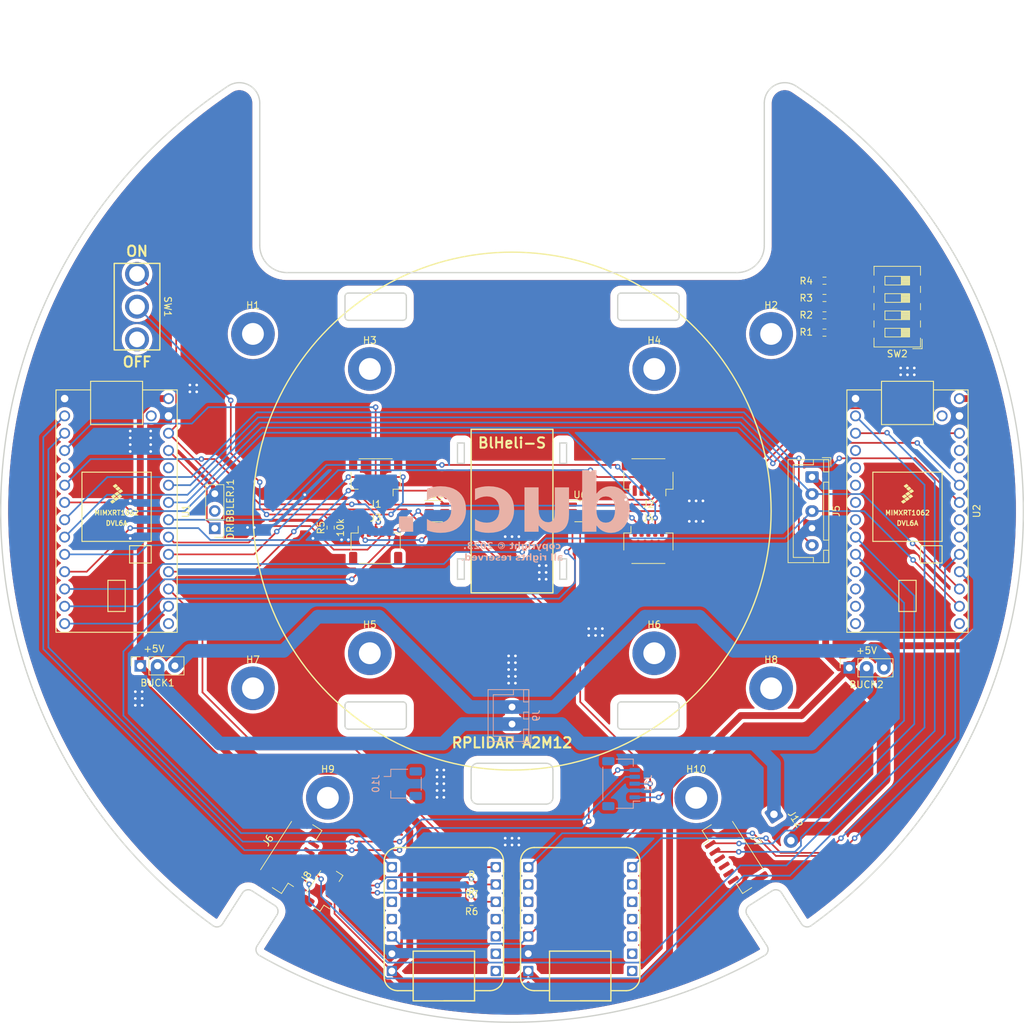
<source format=kicad_pcb>
(kicad_pcb (version 20221018) (generator pcbnew)
  (title_block (title "layer 3 pcb drawing") (date "2023-11-16") (company "ducc. Robotics"))
  (layers (0 "F.Cu" signal) (31 "B.Cu" signal) (34 "B.Paste" user) (35 "F.Paste" user) (36 "B.SilkS" user "B.Silkscreen") (37 "F.SilkS" user "F.Silkscreen") (38 "B.Mask" user) (39 "F.Mask" user) (44 "Edge.Cuts" user))
  (net 0 "")
  (net 1 "/M1INB")
  (net 2 "/M1PWM")
  (net 3 "/M1CS")
  (net 4 "/M1INA")
  (net 5 "/M2INB")
  (net 6 "/M2PWM")
  (net 7 "/M2CS")
  (net 8 "/M2INA")
  (net 9 "/M3INB")
  (net 10 "/M3PWM")
  (net 11 "/M3CS")
  (net 12 "/M3INA")
  (net 13 "/M4INB")
  (net 14 "/M4PWM")
  (net 15 "/M4CS")
  (net 16 "/M4INA")
  (net 31 "/RX")
  (net 37 "/TX")
  (net 38 "/STRAT4")
  (net 39 "/STRAT3")
  (net 40 "/STRAT2")
  (net 41 "/STRAT1")
  (net 51 "+5V")
  (net 52 "/LIDARTX")
  (net 53 "/LIDARRX")
  (net 54 "/LIDARPWM")
  (net 55 "/DRIBBLERPWM")
  (net 56 "+12V")
  (net 57 "/CAM1RX")
  (net 58 "/CAM1TX")
  (net 61 "/CAM2RX")
  (net 62 "/CAM2TX")
  (net 65 "Net-(R6-Pad2)")
  (net 66 "/IMUSCL")
  (net 67 "/IMUSDA")
  (net 68 "/L1RX")
  (net 69 "/L1TX")
  (net 70 "+3V3")
  (net 71 "/IMUTX")
  (net 72 "/IMURX")
  (net 73 "/BTRX")
  (net 74 "/BTTX")
  (net 75 "GNDD")
  (net 76 "GNDPWR")
  (net 80 "/EN")
  (footprint "libraries:xiao-esp32c3" (layer "F.Cu") (at 115 164.87 180)
    (fp_text reference "U4" hide)
    (fp_text value "MOUDLE-SEEEDUINO-XIAO-ESP32C3" hide)
  )
  (footprint "Connector_PinHeader_2.54mm:PinHeader_1x03_P2.54mm_Vertical" (layer "F.Cu") (at 61.4 107.525 180)
    (fp_text reference "DRIBBLERJ1")
    (fp_text value "Conn_01x03_Male")
  )
  (footprint "MountingHole:MountingHole_3.2mm_M3_Pad" (layer "F.Cu") (at 77.987984 147.075539)
    (fp_text reference "H9")
    (fp_text value "MountingHole")
  )
  (footprint "Resistor_SMD:R_0603_1608Metric" (layer "F.Cu") (at 150.825 73.73)
    (fp_text reference "R3")
    (fp_text value "10k" hide)
  )
  (footprint "Package_TO_SOT_SMD:SOT-23-6" (layer "F.Cu") (at 94 105)
    (fp_text reference "U5")
    (fp_text value "74LVC2G04")
  )
  (footprint "MountingHole:MountingHole_3.2mm_M3_Pad" (layer "F.Cu") (at 84.14035 84.14035)
    (fp_text reference "H3")
    (fp_text value "MountingHole")
  )
  (footprint "Resistor_SMD:R_0603_1608Metric" (layer "F.Cu") (at 99.075 162.33 180)
    (fp_text reference "R6")
    (fp_text value "R")
  )
  (footprint "libraries:xiao-esp32c3" (layer "F.Cu") (at 95 164.87 180)
    (fp_text reference "U3" hide)
    (fp_text value "MOUDLE-SEEEDUINO-XIAO-ESP32C3" hide)
  )
  (footprint "Resistor_SMD:R_0603_1608Metric" (layer "F.Cu") (at 150.825 71.19)
    (fp_text reference "R4")
    (fp_text value "10k" hide)
  )
  (footprint "MountingHole:MountingHole_3.2mm_M3_Pad" (layer "F.Cu") (at 67 131)
    (fp_text reference "H7")
    (fp_text value "MountingHole")
  )
  (footprint "Connector_JST:JST_SH_BM04B-SRSS-TB_1x04-1MP_P1.00mm_Vertical" (layer "F.Cu") (at 77.585598 160.490658 57.3)
    (fp_text reference "J8")
    (fp_text value "COMPASS")
  )
  (footprint "Connector_JST:JST_SH_SM05B-SRSS-TB_1x05-1MP_P1.00mm_Horizontal" (layer "F.Cu") (at 85 100 180)
    (fp_text reference "J1")
    (fp_text value "SH1.0 5P")
  )
  (footprint "MountingHole:MountingHole_3.2mm_M3_Pad" (layer "F.Cu") (at 125.85965 125.85965)
    (fp_text reference "H6")
    (fp_text value "MountingHole")
  )
  (footprint "Connector_JST:JST_GH_BM06B-GHS-TBT_1x06-1MP_P1.25mm_Vertical" (layer "F.Cu") (at 137.414402 155.490658 -57.3)
    (fp_text reference "J7")
    (fp_text value "CAMERA2")
  )
  (footprint "MountingHole:MountingHole_3.2mm_M3_Pad" (layer "F.Cu") (at 143 131)
    (fp_text reference "H8")
    (fp_text value "MountingHole")
  )
  (footprint "Connector_JST:JST_SH_SM05B-SRSS-TB_1x05-1MP_P1.00mm_Horizontal" (layer "F.Cu") (at 85 110)
    (fp_text reference "J3")
    (fp_text value "SH1.0 5P")
  )
  (footprint "Resistor_SMD:R_0603_1608Metric" (layer "F.Cu") (at 99.075 159.79 180)
    (fp_text reference "R7")
    (fp_text value "R")
  )
  (footprint "MountingHole:MountingHole_3.2mm_M3_Pad" (layer "F.Cu") (at 125.85965 84.14035)
    (fp_text reference "H4")
    (fp_text value "MountingHole")
  )
  (footprint "MountingHole:MountingHole_3.2mm_M3_Pad" (layer "F.Cu") (at 84.14035 125.85965)
    (fp_text reference "H5")
    (fp_text value "MountingHole")
  )
  (footprint "Resistor_SMD:R_0603_1608Metric" (layer "F.Cu") (at 150.825 76.27)
    (fp_text reference "R2")
    (fp_text value "10k" hide)
  )
  (footprint "Connector_JST:JST_GH_BM06B-GHS-TBT_1x06-1MP_P1.25mm_Vertical" (layer "F.Cu") (at 72.585598 155.490658 57.3)
    (fp_text reference "J6")
    (fp_text value "CAMERA1")
  )
  (footprint "Switches:SWITCH_SPDT_PTH_12.7X6.7MM" (layer "F.Cu") (at 50 75 -90)
    (fp_text reference "SW1")
    (fp_text value "SW_SPDT")
  )
  (footprint "Package_TO_SOT_SMD:SOT-23-6" (layer "F.Cu") (at 115 105)
    (fp_text reference "U6")
    (fp_text value "74LVC2G04")
  )
  (footprint "Resistor_SMD:R_0603_1608Metric" (layer "F.Cu") (at 78.4 107.425 90)
    (fp_text reference "R5")
    (fp_text value "10k")
  )
  (footprint "teensy:Teensy40" (layer "F.Cu") (at 163 105 -90)
    (fp_text reference "U2")
    (fp_text value "TEENSY 4.0")
  )
  (footprint "Connector_PinSocket_2.54mm:PinSocket_1x03_P2.54mm_Vertical" (layer "F.Cu") (at 50.475 127.71 90)
    (fp_text reference "BUCK1")
    (fp_text value "+5V")
  )
  (footprint "Resistor_SMD:R_0603_1608Metric" (layer "F.Cu") (at 150.825 78.81)
    (fp_text reference "R1")
    (fp_text value "10k" hide)
  )
  (footprint "Connector_PinSocket_2.54mm:PinSocket_1x03_P2.54mm_Vertical" (layer "F.Cu") (at 154.46 128 90)
    (fp_text reference "BUCK2")
    (fp_text value "+5V")
  )
  (footprint "Button_Switch_SMD:SW_DIP_SPSTx04_Slide_6.7x11.72mm_W8.61mm_P2.54mm_LowProfile" (layer "F.Cu") (at 161.5 75 180)
    (fp_text reference "SW2")
    (fp_text value "SW_DIP_x04")
  )
  (footprint "MountingHole:MountingHole_3.2mm_M3_Pad" (layer "F.Cu") (at 132.012016 147.075539)
    (fp_text reference "H10")
    (fp_text value "MountingHole")
  )
  (footprint "MountingHole:MountingHole_3.2mm_M3_Pad" (layer "F.Cu") (at 67 79)
    (fp_text reference "H1")
    (fp_text value "MountingHole")
  )
  (footprint "Connector_Wire:SolderWire-0.5sqmm_1x02_P4.6mm_D0.9mm_OD2.1mm" (layer "F.Cu") (at 143.414402 149.490658 -57.3)
    (fp_text reference "J12")
    (fp_text value "XH2.54 2P")
  )
  (footprint "Connector_JST:JST_XH_B5B-XH-A_1x05_P2.50mm_Vertical" (layer "F.Cu") (at 149 100 -90)
    (fp_text reference "J5")
    (fp_text value "XH2.54 5P")
  )
  (footprint "Connector_JST:JST_SH_SM05B-SRSS-TB_1x05-1MP_P1.00mm_Horizontal" (layer "F.Cu") (at 125 110)
    (fp_text reference "J4")
    (fp_text value "SH1.0 5P")
  )
  (footprint "MountingHole:MountingHole_3.2mm_M3_Pad" (layer "F.Cu") (at 143 79)
    (fp_text reference "H2")
    (fp_text value "MountingHole")
  )
  (footprint "teensy:Teensy40" (layer "F.Cu") (at 47 105 -90)
    (fp_text reference "U1")
    (fp_text value "TEENSY 4.0")
  )
  (footprint "Connector_JST:JST_SH_SM05B-SRSS-TB_1x05-1MP_P1.00mm_Horizontal" (layer "F.Cu") (at 125 100 180)
    (fp_text reference "J2")
    (fp_text value "SH1.0 5P")
  )
  (footprint "Connector_JST:JST_SH_SM05B-SRSS-TB_1x05-1MP_P1.00mm_Horizontal" (layer "B.Cu") (at 121 145 90)
    (fp_text reference "J11")
    (fp_text value "LAYER1")
  )
  (footprint "Connector_JST:JST_SH_SM02B-SRSS-TB_1x02-1MP_P1.00mm_Horizontal" (layer "B.Cu") (at 89 145 -90)
    (fp_text reference "J10")
    (fp_text value "SH1.0 2P")
  )
  (footprint "Connector_JST:JST_XH_B2B-XH-A_1x02_P2.50mm_Vertical" (layer "B.Cu") (at 105 136.25 90)
    (fp_text reference "J9")
    (fp_text value "XH2.54 2P")
  )
  (gr_rect (start 99 93) (end 111 117) (stroke (width 0.2)) (fill none) (layer "F.SilkS"))
  (gr_circle (center 105 105) (end 143 105) (stroke (width 0.2)) (fill none) (layer "F.SilkS"))
  (gr_line (start 98 115) (end 97 115) (stroke (width 0.2)) (layer "Edge.Cuts"))
  (gr_arc (start 67.952743 170.211201) (mid 67.475762 169.581085) (end 67.605196 168.801478) (stroke (width 0.2)) (layer "Edge.Cuts"))
  (gr_line (start 142.394804 168.801478) (end 139.48193 164.26421) (stroke (width 0.2)) (layer "Edge.Cuts"))
  (gr_line (start 89 73) (end 81 73) (stroke (width 0.2)) (layer "Edge.Cuts"))
  (gr_line (start 129 77) (end 121 77) (stroke (width 0.2)) (layer "Edge.Cuts"))
  (gr_arc (start 81 137) (mid 80.646447 136.853553) (end 80.5 136.5) (stroke (width 0.2)) (layer "Edge.Cuts"))
  (gr_line (start 89 133) (end 81 133) (stroke (width 0.2)) (layer "Edge.Cuts"))
  (gr_line (start 113 112) (end 113 115) (stroke (width 0.2)) (layer "Edge.Cuts"))
  (gr_line (start 113 115) (end 112 115) (stroke (width 0.2)) (layer "Edge.Cuts"))
  (gr_arc (start 148.870317 165.830874) (mid 148.098853 166.00223) (end 147.443869 165.560036) (stroke (width 0.2)) (layer "Edge.Cuts"))
  (gr_arc (start 121 137) (mid 120.646447 136.853553) (end 120.5 136.5) (stroke (width 0.2)) (layer "Edge.Cuts"))
  (gr_line (start 112 98) (end 112 95) (stroke (width 0.2)) (layer "Edge.Cuts"))
  (gr_arc (start 81 77) (mid 80.646447 76.853553) (end 80.5 76.5) (stroke (width 0.2)) (layer "Edge.Cuts"))
  (gr_line (start 129.5 136.5) (end 129.5 133.5) (stroke (width 0.2)) (layer "Edge.Cuts"))
  (gr_arc (start 63.333333 42.639044) (mid 66.414217 42.487734) (end 68 45.133482) (stroke (width 0.2)) (layer "Edge.Cuts"))
  (gr_line (start 62.556131 165.560036) (end 65.469006 161.022768) (stroke (width 0.2)) (layer "Edge.Cuts"))
  (gr_line (start 113 95) (end 113 98) (stroke (width 0.2)) (layer "Edge.Cuts"))
  (gr_arc (start 72 70) (mid 69.171573 68.828427) (end 68 66) (stroke (width 0.2)) (layer "Edge.Cuts"))
  (gr_line (start 66.850757 160.721497) (end 70.2168 162.882458) (stroke (width 0.2)) (layer "Edge.Cuts"))
  (gr_line (start 112 112) (end 113 112) (stroke (width 0.2)) (layer "Edge.Cuts"))
  (gr_arc (start 142 45.133482) (mid 143.58579 42.487747) (end 146.666667 42.639044) (stroke (width 0.2)) (layer "Edge.Cuts"))
  (gr_arc (start 121 77) (mid 120.646447 76.853553) (end 120.5 76.5) (stroke (width 0.2)) (layer "Edge.Cuts"))
  (gr_arc (start 142.047257 170.211201) (mid 105 180) (end 67.952743 170.211201) (stroke (width 0.2)) (layer "Edge.Cuts"))
  (gr_arc (start 89.5 76.5) (mid 89.353553 76.853553) (end 89 77) (stroke (width 0.2)) (layer "Edge.Cuts"))
  (gr_line (start 120.5 76.5) (end 120.5 73.5) (stroke (width 0.2)) (layer "Edge.Cuts"))
  (gr_arc (start 143.149243 160.721497) (mid 143.902521 160.58595) (end 144.530994 161.022768) (stroke (width 0.2)) (layer "Edge.Cuts"))
  (gr_arc (start 62.556131 165.560036) (mid 61.901153 166.00226) (end 61.129683 165.830874) (stroke (width 0.2)) (layer "Edge.Cuts"))
  (gr_line (start 89.5 136.5) (end 89.5 133.5) (stroke (width 0.2)) (layer "Edge.Cuts"))
  (gr_line (start 98 98) (end 97 98) (stroke (width 0.2)) (layer "Edge.Cuts"))
  (gr_line (start 121 137) (end 129 137) (stroke (width 0.2)) (layer "Edge.Cuts"))
  (gr_arc (start 129.5 76.5) (mid 129.353553 76.853553) (end 129 77) (stroke (width 0.2)) (layer "Edge.Cuts"))
  (gr_arc (start 89.5 136.5) (mid 89.353553 136.853553) (end 89 137) (stroke (width 0.2)) (layer "Edge.Cuts"))
  (gr_line (start 113 98) (end 112 98) (stroke (width 0.2)) (layer "Edge.Cuts"))
  (gr_arc (start 129 133) (mid 129.353553 133.146447) (end 129.5 133.5) (stroke (width 0.2)) (layer "Edge.Cuts"))
  (gr_arc (start 70.2168 162.882458) (mid 70.653644 163.510942) (end 70.51807 164.26421) (stroke (width 0.2)) (layer "Edge.Cuts"))
  (gr_line (start 89.5 76.5) (end 89.5 73.5) (stroke (width 0.2)) (layer "Edge.Cuts"))
  (gr_arc (start 99 143) (mid 99.292893 142.292893) (end 100 142) (stroke (width 0.2)) (layer "Edge.Cuts"))
  (gr_arc (start 129 73) (mid 129.353553 73.146447) (end 129.5 73.5) (stroke (width 0.2)) (layer "Edge.Cuts"))
  (gr_arc (start 80.5 73.5) (mid 80.646447 73.146447) (end 81 73) (stroke (width 0.2)) (layer "Edge.Cuts"))
  (gr_arc (start 110 142) (mid 110.707107 142.292893) (end 111 143) (stroke (width 0.2)) (layer "Edge.Cuts"))
  (gr_arc (start 139.48193 164.26421) (mid 139.34641 163.510954) (end 139.7832 162.882458) (stroke (width 0.2)) (layer "Edge.Cuts"))
  (gr_arc (start 89 73) (mid 89.353553 73.146447) (end 89.5 73.5) (stroke (width 0.2)) (layer "Edge.Cuts"))
  (gr_line (start 97 112) (end 98 112) (stroke (width 0.2)) (layer "Edge.Cuts"))
  (gr_line (start 110 142) (end 100 142) (stroke (width 0.2)) (layer "Edge.Cuts"))
  (gr_line (start 139.7832 162.882458) (end 143.149243 160.721497) (stroke (width 0.2)) (layer "Edge.Cuts"))
  (gr_line (start 68 66) (end 68 45.133482) (stroke (width 0.2)) (layer "Edge.Cuts"))
  (gr_line (start 81 137) (end 89 137) (stroke (width 0.2)) (layer "Edge.Cuts"))
  (gr_line (start 99 143) (end 99 147) (stroke (width 0.2)) (layer "Edge.Cuts"))
  (gr_line (start 98 95) (end 98 98) (stroke (width 0.2)) (layer "Edge.Cuts"))
  (gr_line (start 97 95) (end 98 95) (stroke (width 0.2)) (layer "Edge.Cuts"))
  (gr_arc (start 142.394804 168.801478) (mid 142.52421 169.581078) (end 142.047257 170.211201) (stroke (width 0.2)) (layer "Edge.Cuts"))
  (gr_arc (start 61.129683 165.830874) (mid 30.011997 103.658618) (end 63.333333 42.639044) (stroke (width 0.2)) (layer "Edge.Cuts"))
  (gr_line (start 81 77) (end 89 77) (stroke (width 0.2)) (layer "Edge.Cuts"))
  (gr_arc (start 129.5 136.5) (mid 129.353553 136.853553) (end 129 137) (stroke (width 0.2)) (layer "Edge.Cuts"))
  (gr_arc (start 120.5 73.5) (mid 120.646447 73.146447) (end 121 73) (stroke (width 0.2)) (layer "Edge.Cuts"))
  (gr_line (start 120.5 133.5) (end 120.5 136.5) (stroke (width 0.2)) (layer "Edge.Cuts"))
  (gr_line (start 100 148) (end 110 148) (stroke (width 0.2)) (layer "Edge.Cuts"))
  (gr_line (start 144.530994 161.022768) (end 147.443869 165.560036) (stroke (width 0.2)) (layer "Edge.Cuts"))
  (gr_arc (start 146.666667 42.639044) (mid 179.988003 103.658618) (end 148.870317 165.830874) (stroke (width 0.2)) (layer "Edge.Cuts"))
  (gr_line (start 129 133) (end 121 133) (stroke (width 0.2)) (layer "Edge.Cuts"))
  (gr_line (start 97 115) (end 97 112) (stroke (width 0.2)) (layer "Edge.Cuts"))
  (gr_line (start 97 98) (end 97 95) (stroke (width 0.2)) (layer "Edge.Cuts"))
  (gr_arc (start 80.5 133.5) (mid 80.646447 133.146447) (end 81 133) (stroke (width 0.2)) (layer "Edge.Cuts"))
  (gr_line (start 138 70) (end 72 70) (stroke (width 0.2)) (layer "Edge.Cuts"))
  (gr_line (start 112 115) (end 112 112) (stroke (width 0.2)) (layer "Edge.Cuts"))
  (gr_arc (start 120.5 133.5) (mid 120.646447 133.146447) (end 121 133) (stroke (width 0.2)) (layer "Edge.Cuts"))
  (gr_arc (start 111 147) (mid 110.707107 147.707107) (end 110 148) (stroke (width 0.2)) (layer "Edge.Cuts"))
  (gr_arc (start 65.469006 161.022768) (mid 66.097483 160.58597) (end 66.850757 160.721497) (stroke (width 0.2)) (layer "Edge.Cuts"))
  (gr_line (start 111 147) (end 111 143) (stroke (width 0.2)) (layer "Edge.Cuts"))
  (gr_line (start 121 73) (end 129 73) (stroke (width 0.2)) (layer "Edge.Cuts"))
  (gr_arc (start 89 133) (mid 89.353553 133.146447) (end 89.5 133.5) (stroke (width 0.2)) (layer "Edge.Cuts"))
  (gr_arc (start 142 66) (mid 140.828427 68.828427) (end 138 70) (stroke (width 0.2)) (layer "Edge.Cuts"))
  (gr_line (start 142 45.133482) (end 142 66) (stroke (width 0.2)) (layer "Edge.Cuts"))
  (gr_line (start 80.5 73.5) (end 80.5 76.5) (stroke (width 0.2)) (layer "Edge.Cuts"))
  (gr_line (start 70.51807 164.26421) (end 67.605196 168.801478) (stroke (width 0.2)) (layer "Edge.Cuts"))
  (gr_line (start 129.5 73.5) (end 129.5 76.5) (stroke (width 0.2)) (layer "Edge.Cuts"))
  (gr_line (start 98 112) (end 98 115) (stroke (width 0.2)) (layer "Edge.Cuts"))
  (gr_line (start 112 95) (end 113 95) (stroke (width 0.2)) (layer "Edge.Cuts"))
  (gr_arc (start 100 148) (mid 99.292893 147.707107) (end 99 147) (stroke (width 0.2)) (layer "Edge.Cuts"))
  (gr_line (start 80.5 133.5) (end 80.5 136.5) (stroke (width 0.2)) (layer "Edge.Cuts"))
  (gr_text "ducc." (at 105 104.5) (layer "B.SilkS") (effects (font (size 8.5 8.5) (thickness 0.3) bold) (justify mirror)))
  (gr_text "copyright © 2023.\nall rights reserved." (at 105 111) (layer "B.SilkS") (effects (font (size 1 1) (thickness 0.25) bold) (justify mirror)))
  (gr_text "OFF" (at 50 82.25) (layer "F.SilkS") (effects (font (size 1.5 1.5) (thickness 0.3) bold) (justify top)))
  (gr_text "BlHeli-S" (at 105 95) (layer "F.SilkS") (effects (font (size 1.5 1.5) (thickness 0.3) bold)))
  (gr_text "RPLIDAR A2M12" (at 105 139) (layer "F.SilkS") (effects (font (size 1.5 1.5) (thickness 0.3) bold)))
  (gr_text "ON" (at 50 67.75) (layer "F.SilkS") (effects (font (size 1.5 1.5) (thickness 0.3) bold) (justify bottom)))
  (segment (start 93.0875 102) (end 95.1375 104.05) (width 0.25) (layer "F.Cu") (net 1))
  (segment (start 87 102) (end 93.0875 102) (width 0.25) (layer "F.Cu") (net 1))
  (segment (start 85 89.75) (end 85 102) (width 0.25) (layer "F.Cu") (net 2))
  (via (at 85 89.75) (size 0.8) (drill 0.4) (layers "F.Cu" "B.Cu") (net 2))
  (segment (start 85 89.75) (end 60.45 89.75) (width 0.25) (layer "B.Cu") (net 2))
  (segment (start 60.45 89.75) (end 58.045 92.155) (width 0.25) (layer "B.Cu") (net 2))
  (segment (start 58.045 92.155) (end 43.335 92.155) (width 0.25) (layer "B.Cu") (net 2))
  (segment (start 43.335 92.155) (end 39.38 96.11) (width 0.25) (layer "B.Cu") (net 2))
  (segment (start 81 100) (end 83 100) (width 0.25) (layer "F.Cu") (net 3))
  (segment (start 73 108) (end 67.11 113.89) (width 0.25) (layer "F.Cu") (net 3))
  (segment (start 83 100) (end 84 101) (width 0.25) (layer "F.Cu") (net 3))
  (segment (start 67.11 113.89) (end 54.62 113.89) (width 0.25) (layer "F.Cu") (net 3))
  (segment (start 84 101) (end 84 102) (width 0.25) (layer "F.Cu") (net 3))
  (via (at 81 100) (size 0.8) (drill 0.4) (layers "F.Cu" "B.Cu") (net 3))
  (via (at 73 108) (size 0.8) (drill 0.4) (layers "F.Cu" "B.Cu") (net 3))
  (segment (start 81 100) (end 73 108) (width 0.25) (layer "B.Cu") (net 3))
  (segment (start 83 102) (end 83 103) (width 0.25) (layer "F.Cu") (net 4))
  (segment (start 83 103) (end 84.05 104.05) (width 0.25) (layer "F.Cu") (net 4))
  (segment (start 83 102) (end 81 102) (width 0.25) (layer "F.Cu") (net 4))
  (segment (start 84.05 104.05) (end 92.8625 104.05) (width 0.25) (layer "F.Cu") (net 4))
  (segment (start 42.61 113.89) (end 49 107.5) (width 0.25) (layer "F.Cu") (net 4))
  (segment (start 39.38 113.89) (end 42.61 113.89) (width 0.25) (layer "F.Cu") (net 4))
  (via (at 49 107.5) (size 0.8) (drill 0.4) (layers "F.Cu" "B.Cu") (net 4))
  (via (at 81 102) (size 0.8) (drill 0.4) (layers "F.Cu" "B.Cu") (net 4))
  (segment (start 49 107.5) (end 59 107.5) (width 0.25) (layer "B.Cu") (net 4))
  (segment (start 81 102) (end 73.75 109.25) (width 0.25) (layer "B.Cu") (net 4))
  (segment (start 59 107.5) (end 60.75 109.25) (width 0.25) (layer "B.Cu") (net 4))
  (segment (start 60.75 109.25) (end 73.75 109.25) (width 0.25) (layer "B.Cu") (net 4))
  (segment (start 127 102.774999) (end 127 102) (width 0.25) (layer "F.Cu") (net 5))
  (segment (start 125.724999 104.05) (end 127 102.774999) (width 0.25) (layer "F.Cu") (net 5))
  (segment (start 116.1375 104.05) (end 125.724999 104.05) (width 0.25) (layer "F.Cu") (net 5))
  (segment (start 124 101) (end 124 102) (width 0.25) (layer "F.Cu") (net 7))
  (segment (start 116.5 99) (end 117.5 100) (width 0.25) (layer "F.Cu") (net 7))
  (segment (start 117.5 100) (end 123 100) (width 0.25) (layer "F.Cu") (net 7))
  (segment (start 67.15 111.35) (end 70.5 108) (width 0.25) (layer "F.Cu") (net 7))
  (segment (start 54.62 111.35) (end 67.15 111.35) (width 0.25) (layer "F.Cu") (net 7))
  (segment (start 123 100) (end 124 101) (width 0.25) (layer "F.Cu") (net 7))
  (via (at 70.5 108) (size 0.8) (drill 0.4) (layers "F.Cu" "B.Cu") (net 7))
  (via (at 116.5 99) (size 0.8) (drill 0.4) (layers "F.Cu" "B.Cu") (net 7))
  (segment (start 70.5 108) (end 79.5 99) (width 0.25) (layer "B.Cu") (net 7))
  (segment (start 79.5 99) (end 116.5 99) (width 0.25) (layer "B.Cu") (net 7))
  (segment (start 106.5 111) (end 113.45 104.05) (width 0.25) (layer "F.Cu") (net 8))
  (segment (start 113.8625 104.05) (end 113.45 104.05) (width 0.25) (layer "F.Cu") (net 8))
  (via (at 106.5 111) (size 0.8) (drill 0.4) (layers "F.Cu" "B.Cu") (net 8))
  (segment (start 95 112.765) (end 96.765 111) (width 0.25) (layer "B.Cu") (net 8))
  (segment (start 50.07 116.43) (end 53.735 112.765) (width 0.25) (layer "B.Cu") (net 8))
  (segment (start 39.38 116.43) (end 50.07 116.43) (width 0.25) (layer "B.Cu") (net 8))
  (segment (start 53.735 112.765) (end 95 112.765) (width 0.25) (layer "B.Cu") (net 8))
  (segment (start 96.765 111) (end 106.5 111) (width 0.25) (layer "B.Cu") (net 8))
  (segment (start 95.1375 105.95) (end 91.8375 109.25) (width 0.25) (layer "F.Cu") (net 9))
  (segment (start 83.476008 109.2755) (end 83 108.799492) (width 0.25) (layer "F.Cu") (net 9))
  (segment (start 83 108.799492) (end 83 108) (width 0.25) (layer "F.Cu") (net 9))
  (segment (start 91.8375 109.25) (end 91.75 109.25) (width 0.25) (layer "F.Cu") (net 9))
  (via (at 91.75 109.25) (size 0.8) (drill 0.4) (layers "F.Cu" "B.Cu") (net 9))
  (via (at 83.476008 109.2755) (size 0.8) (drill 0.4) (layers "F.Cu" "B.Cu") (net 9))
  (segment (start 83.501508 109.25) (end 91.75 109.25) (width 0.25) (layer "B.Cu") (net 9))
  (segment (start 83.476008 109.2755) (end 83.501508 109.25) (width 0.25) (layer "B.Cu") (net 9))
  (segment (start 61.362701 97.362701) (end 68 104) (width 0.25) (layer "F.Cu") (net 10))
  (segment (start 85.4 106.6) (end 85 107) (width 0.25) (layer "F.Cu") (net 10))
  (segment (start 68 104) (end 81.5 104) (width 0.25) (layer "F.Cu") (net 10))
  (segment (start 59.437299 97.362701) (end 61.362701 97.362701) (width 0.25) (layer "F.Cu") (net 10))
  (segment (start 85 107) (end 85 108) (width 0.25) (layer "F.Cu") (net 10))
  (via (at 85.4 106.6) (size 0.8) (drill 0.4) (layers "F.Cu" "B.Cu") (net 10))
  (via (at 59.437299 97.362701) (size 0.8) (drill 0.4) (layers "F.Cu" "B.Cu") (net 10))
  (via (at 81.5 104) (size 0.8) (drill 0.4) (layers "F.Cu" "B.Cu") (net 10))
  (segment (start 85.4 106.6) (end 85.4 105.9) (width 0.25) (layer "B.Cu") (net 10))
  (segment (start 59.437299 97.362701) (end 43.207299 97.362701) (width 0.25) (layer "B.Cu") (net 10))
  (segment (start 43.207299 97.362701) (end 39.38 101.19) (width 0.25) (layer "B.Cu") (net 10))
  (segment (start 83.5 104) (end 81.5 104) (width 0.25) (layer "B.Cu") (net 10))
  (segment (start 85.4 105.9) (end 83.5 104) (width 0.25) (layer "B.Cu") (net 10))
  (segment (start 54.62 108.81) (end 55.419999 109.609999) (width 0.25) (layer "F.Cu") (net 11))
  (segment (start 75.4 107.2) (end 78.85 110.65) (width 0.25) (layer "F.Cu") (net 11))
  (segment (start 66.390001 109.609999) (end 68.8 107.2) (width 0.25) (layer "F.Cu") (net 11))
  (segment (start 55.419999 109.609999) (end 66.390001 109.609999) (width 0.25) (layer "F.Cu") (net 11))
  (segment (start 78.85 110.65) (end 83.800908 110.65) (width 0.25) (layer "F.Cu") (net 11))
  (segment (start 86 108.450908) (end 86 108) (width 0.25) (layer "F.Cu") (net 11))
  (segment (start 83.800908 110.65) (end 86 108.450908) (width 0.25) (layer "F.Cu") (net 11))
  (segment (start 68.8 107.2) (end 75.4 107.2) (width 0.25) (layer "F.Cu") (net 11))
  (segment (start 87 108) (end 87 109.5) (width 0.25) (layer "F.Cu") (net 12))
  (segment (start 88.5 107.75) (end 87.25 107.75) (width 0.25) (layer "F.Cu") (net 12))
  (segment (start 87.25 107.75) (end 87 108) (width 0.25) (layer "F.Cu") (net 12))
  (segment (start 92.8625 105.95) (end 92.2 105.95) (width 0.25) (layer "F.Cu") (net 12))
  (segment (start 92.2 105.95) (end 91.25 105) (width 0.25) (layer "F.Cu") (net 12))
  (segment (start 87 109.5) (end 81.5 115) (width 0.25) (layer "F.Cu") (net 12))
  (via (at 91.25 105) (size 0.8) (drill 0.4) (layers "F.Cu" "B.Cu") (net 12))
  (via (at 88.5 107.75) (size 0.8) (drill 0.4) (layers "F.Cu" "B.Cu") (net 12))
  (via (at 81.5 115) (size 0.8) (drill 0.4) (layers "F.Cu" "B.Cu") (net 12))
  (segment (start 50.03 118.97) (end 53.985 115.015) (width 0.25) (layer "B.Cu") (net 12))
  (segment (start 81.485 115.015) (end 81.5 115) (width 0.25) (layer "B.Cu") (net 12))
  (segment (start 53.985 115.015) (end 81.265 115.015) (width 0.25) (layer "B.Cu") (net 12))
  (segment (start 39.38 118.97) (end 50.03 118.97) (width 0.25) (layer "B.Cu") (net 12))
  (segment (start 81.265 115.015) (end 81.485 115.015) (width 0.25) (layer "B.Cu") (net 12))
  (segment (start 91.25 105) (end 88.5 107.75) (width 0.25) (layer "B.Cu") (net 12))
  (segment (start 120.95 105.95) (end 123 108) (width 0.25) (layer "F.Cu") (net 13))
  (segment (start 116.1375 105.95) (end 120.95 105.95) (width 0.25) (layer "F.Cu") (net 13))
  (segment (start 39.38 103.73) (end 47.73 103.73) (width 0.25) (layer "F.Cu") (net 14))
  (segment (start 47.73 103.73) (end 49 105) (width 0.25) (layer "F.Cu") (net 14))
  (segment (start 125 106) (end 125 108) (width 0.25) (layer "F.Cu") (net 14))
  (via (at 49 105) (size 0.8) (drill 0.4) (layers "F.Cu" "B.Cu") (net 14))
  (via (at 125 106) (size 0.8) (drill 0.4) (layers "F.Cu" "B.Cu") (net 14))
  (segment (start 49 105) (end 57 105) (width 0.25) (layer "B.Cu") (net 14))
  (segment (start 57 105) (end 68.5 93.5) (width 0.25) (layer "B.Cu") (net 14))
  (segment (start 125 105.267588) (end 125 106) (width 0.25) (layer "B.Cu") (net 14))
  (segment (start 113.232412 93.5) (end 125 105.267588) (width 0.25) (layer "B.Cu") (net 14))
  (segment (start 68.5 93.5) (end 113.232412 93.5) (width 0.25) (layer "B.Cu") (net 14))
  (segment (start 94.717588 98.225) (end 120.225 98.225) (width 0.25) (layer "F.Cu") (net 15))
  (segment (start 126 108) (end 126 106) (width 0.25) (layer "F.Cu") (net 15))
  (segment (start 120.225 98.225) (end 120.5 98.5) (width 0.25) (layer "F.Cu") (net 15))
  (via (at 126 106) (size 0.8) (drill 0.4) (layers "F.Cu" "B.Cu") (net 15))
  (via (at 120.5 98.5) (size 0.8) (drill 0.4) (layers "F.Cu" "B.Cu") (net 15))
  (via (at 94.717588 98.225) (size 0.8) (drill 0.4) (layers "F.Cu" "B.Cu") (net 15))
  (segment (start 69.73 106.27) (end 77.775 98.225) (width 0.25) (layer "B.Cu") (net 15))
  (segment (start 54.62 106.27) (end 69.73 106.27) (width 0.25) (layer "B.Cu") (net 15))
  (segment (start 126 106) (end 126 104) (width 0.25) (layer "B.Cu") (net 15))
  (segment (start 77.775 98.225) (end 94.717588 98.225) (width 0.25) (layer "B.Cu") (net 15))
  (segment (start 126 104) (end 120.5 98.5) (width 0.25) (layer "B.Cu") (net 15))
  (segment (start 113 111) (end 113.8625 110.1375) (width 0.25) (layer "F.Cu") (net 16))
  (segment (start 113.8625 110.1375) (end 113.8625 105.95) (width 0.25) (layer "F.Cu") (net 16))
  (via (at 113 111) (size 0.8) (drill 0.4) (layers "F.Cu" "B.Cu") (net 16))
  (segment (start 113 111) (end 114.225 112.225) (width 0.25) (layer "B.Cu") (net 16))
  (segment (start 114.225 112.225) (end 114.225 115.507412) (width 0.25) (layer "B.Cu") (net 16))
  (segment (start 114.225 115.507412) (end 111.887412 117.845) (width 0.25) (layer "B.Cu") (net 16))
  (segment (start 49.99 121.51) (end 39.38 121.51) (width 0.25) (layer "B.Cu") (net 16))
  (segment (start 53.655 117.845) (end 49.99 121.51) (width 0.25) (layer "B.Cu") (net 16))
  (segment (start 111.887412 117.845) (end 53.655 117.845) (width 0.25) (layer "B.Cu") (net 16))
  (segment (start 164.415 94.985) (end 164.43 95) (width 0.25) (layer "F.Cu") (net 31))
  (segment (start 146.265 94.985) (end 164.415 94.985) (width 0.25) (layer "F.Cu") (net 31))
  (segment (start 143.25 98) (end 146.265 94.985) (width 0.25) (layer "F.Cu") (net 31))
  (via (at 143.25 98) (size 0.8) (drill 0.4) (layers "F.Cu" "B.Cu") (net 31))
  (via (at 164.43 95) (size 0.8) (drill 0.4) (layers "F.Cu" "B.Cu") (net 31))
  (segment (start 54.62 103.73) (end 57.27 103.73) (width 0.25) (layer "B.Cu") (net 31))
  (segment (start 68.25 92.75) (end 138.25 92.75) (width 0.25) (layer "B.Cu") (net 31))
  (segment (start 164.43 95) (end 170.62 101.19) (width 0.25) (layer "B.Cu") (net 31))
  (segment (start 57.27 103.73) (end 68.25 92.75) (width 0.25) (layer "B.Cu") (net 31))
  (segment (start 143.25 97.75) (end 143.25 98) (width 0.25) (layer "B.Cu") (net 31))
  (segment (start 138.25 92.75) (end 143.25 97.75) (width 0.25) (layer "B.Cu") (net 31))
  (segment (start 164.14 97.25) (end 153 97.25) (width 0.25) (layer "F.Cu") (net 37))
  (segment (start 170.62 103.73) (end 164.14 97.25) (width 0.25) (layer "F.Cu") (net 37))
  (via (at 153 97.25) (size 0.8) (drill 0.4) (layers "F.Cu" "B.Cu") (net 37))
  (segment (start 151.75 98.5) (end 153 97.25) (width 0.25) (layer "B.Cu") (net 37))
  (segment (start 67.75 91.25) (end 138.75 91.25) (width 0.25) (layer "B.Cu") (net 37))
  (segment (start 146 98.5) (end 151.75 98.5) (width 0.25) (layer "B.Cu") (net 37))
  (segment (start 57.81 101.19) (end 67.75 91.25) (width 0.25) (layer "B.Cu") (net 37))
  (segment (start 54.62 101.19) (end 57.81 101.19) (width 0.25) (layer "B.Cu") (net 37))
  (segment (start 138.75 91.25) (end 146 98.5) (width 0.25) (layer "B.Cu") (net 37))
  (segment (start 151.65 71.18) (end 157.195 71.18) (width 0.25) (layer "F.Cu") (net 38))
  (segment (start 151.65 73.723333) (end 157.191667 73.723333) (width 0.25) (layer "F.Cu") (net 39))
  (segment (start 157.191667 73.723333) (end 157.195 73.72) (width 0.25) (layer "F.Cu") (net 39))
  (segment (start 151.65 76.266666) (end 157.188334 76.266666) (width 0.25) (layer "F.Cu") (net 40))
  (segment (start 157.188334 76.266666) (end 157.195 76.26) (width 0.25) (layer "F.Cu") (net 40))
  (segment (start 157.195 78.8) (end 151.66 78.8) (width 0.25) (layer "F.Cu") (net 41))
  (segment (start 151.66 78.8) (end 151.65 78.81) (width 0.25) (layer "F.Cu") (net 41))
  (segment (start 153 128) (end 151 126) (width 1) (layer "F.Cu") (net 51))
  (segment (start 123.81 173.94) (end 128.112016 169.637984) (width 1) (layer "F.Cu") (net 51))
  (segment (start 126.5 147) (end 126.572122 147) (width 0.25) (layer "F.Cu") (net 51))
  (segment (start 128.112016 169.637984) (end 128.112016 145.460106) (width 1) (layer "F.Cu") (net 51))
  (segment (start 174 90) (end 174 122.25) (width 1) (layer "F.Cu") (net 51))
  (segment (start 65.940539 143.175539) (end 81.175539 143.175539) (width 1) (layer "F.Cu") (net 51))
  (segment (start 151 126) (end 151 102) (width 1) (layer "F.Cu") (net 51))
  (segment (start 50.475 127.71) (end 65.940539 143.175539) (width 1) (layer "F.Cu") (net 51))
  (segment (start 88.83 173.94) (end 105.93 173.94) (width 1) (layer "F.Cu") (net 51))
  (segment (start 138.572122 135) (end 147.46 135) (width 1) (layer "F.Cu") (net 51))
  (segment (start 105.93 173.94) (end 107.38 172.49) (width 1) (layer "F.Cu") (net 51))
  (segment (start 87.38 172.49) (end 88.83 173.94) (width 1) (layer "F.Cu") (net 51))
  (segment (start 154.46 128) (end 154.46 128.359138) (width 2) (layer "F.Cu") (net 51))
  (segment (start 172.49 88.49) (end 174 90) (width 1) (layer "F.Cu") (net 51))
  (segment (start 154.46 128.359138) (end 159.5 133.399138) (width 2) (layer "F.Cu") (net 51))
  (segment (start 78.972741 164.082741) (end 87.38 172.49) (width 0.25) (layer "F.Cu") (net 51))
  (segment (start 128.112016 145.460106) (end 138.572122 135) (width 1) (layer "F.Cu") (net 51))
  (segment (start 152.168307 151.594435) (end 147.66668 151.594435) (width 2) (layer "F.Cu") (net 51))
  (segment (start 147.46 135) (end 154.46 128) (width 1) (layer "F.Cu") (net 51))
  (segment (start 157.71 124.75) (end 154.46 128) (width 1) (layer "F.Cu") (net 51))
  (segment (start 50.475 127.71) (end 50.475 90.513679) (width 1) (layer "F.Cu") (net 51))
  (segment (start 52.498679 88.49) (end 54.62 88.49) (width 1) (layer "F.Cu") (net 51))
  (segment (start 108.83 173.94) (end 123.81 173.94) (width 1) (layer "F.Cu") (net 51))
  (segment (start 171.5 124.75) (end 157.71 124.75) (width 1) (layer "F.Cu") (net 51))
  (segment (start 90 152) (end 90 169.87) (width 1) (layer "F.Cu") (net 51))
  (segment (start 88.81 171.06) (end 87.38 172.49) (width 1) (layer "F.Cu") (net 51))
  (segment (start 78.972741 162.169493) (end 78.972741 164.082741) (width 0.25) (layer "F.Cu") (net 51))
  (segment (start 159.5 133.399138) (end 159.5 144.262742) (width 2) (layer "F.Cu") (net 51))
  (segment (start 78.43048 161.627232) (end 78.972741 162.169493) (width 0.25) (layer "F.Cu") (net 51))
  (segment (start 50.475 90.513679) (end 52.498679 88.49) (width 1) (layer "F.Cu") (net 51))
  (segment (start 126.572122 147) (end 128.112016 145.460106) (width 0.25) (layer "F.Cu") (net 51))
  (segment (start 90 169.87) (end 88.81 171.06) (width 1) (layer "F.Cu") (net 51))
  (segment (start 147.66668 151.594435) (end 145.899507 153.361608) (width 2) (layer "F.Cu") (net 51))
  (segment (start 170.62 88.49) (end 172.49 88.49) (width 1) (layer "F.Cu") (net 51))
  (segment (start 107.38 172.49) (end 108.83 173.94) (width 1) (layer "F.Cu") (net 51))
  (segment (start 81.175539 143.175539) (end 90 152) (width 1) (layer "F.Cu") (net 51))
  (segment (start 151 102) (end 149 100) (width 1) (layer "F.Cu") (net 51))
  (segment (start 174 122.25) (end 171.5 124.75) (width 1) (layer "F.Cu") (net 51))
  (segment (start 159.5 144.262742) (end 152.168307 151.594435) (width 2) (layer "F.Cu") (net 51))
  (segment (start 154.46 128) (end 153 128) (width 1) (layer "F.Cu") (net 51))
  (via (at 126.5 147) (size 0.8) (drill 0.4) (layers "F.Cu" "B.Cu") (net 51))
  (segment (start 123 147) (end 126.5 147) (width 0.25) (layer "B.Cu") (net 51))
  (segment (start 163.75 109.75) (end 163.94 109.75) (width 0.25) (layer "F.Cu") (net 52))
  (segment (start 163.94 109.75) (end 170.62 116.43) (width 0.25) (layer "F.Cu") (net 52))
  (via (at 163.75 109.75) (size 0.8) (drill 0.4) (layers "F.Cu" "B.Cu") (net 52))
  (segment (start 156.5 102.5) (end 149 102.5) (width 0.25) (layer "B.Cu") (net 52))
  (segment (start 57.395 102.605) (end 68 92) (width 0.25) (layer "B.Cu") (net 52))
  (segment (start 39.38 108.81) (end 45.585 102.605) (width 0.25) (layer "B.Cu") (net 52))
  (segment (start 163.75 109.75) (end 156.5 102.5) (width 0.25) (layer "B.Cu") (net 52))
  (segment (start 68 92) (end 138.5 92) (width 0.25) (layer "B.Cu") (net 52))
  (segment (start 138.5 92) (end 149 102.5) (width 0.25) (layer "B.Cu") (net 52))
  (segment (start 45.585 102.605) (end 57.395 102.605) (width 0.25) (layer "B.Cu") (net 52))
  (segment (start 170.62 118.97) (end 163.825 112.175) (width 0.25) (layer "F.Cu") (net 53))
  (via (at 163.825 112.175) (size 0.8) (drill 0.4) (layers "F.Cu" "B.Cu") (net 53))
  (segment (start 145 109) (end 149 105) (width 0.25) (layer "B.Cu") (net 53))
  (segment (start 163.825 112.175) (end 156.65 105) (width 0.25) (layer "B.Cu") (net 53))
  (segment (start 109 110) (end 110 109) (width 0.25) (layer "B.Cu") (net 53))
  (segment (start 110 109) (end 145 109) (width 0.25) (layer "B.Cu") (net 53))
  (segment (start 39.38 111.35) (end 50.15 111.35) (width 0.25) (layer "B.Cu") (net 53))
  (segment (start 156.65 105) (end 149 105) (width 0.25) (layer "B.Cu") (net 53))
  (segment (start 50.15 111.35) (end 51.5 110) (width 0.25) (layer "B.Cu") (net 53))
  (segment (start 51.5 110) (end 109 110) (width 0.25) (layer "B.Cu") (net 53))
  (segment (start 147.069087 97.25) (end 147.069087 108.069087) (width 0.25) (layer "F.Cu") (net 54))
  (segment (start 147.069087 108.069087) (end 149 110) (width 0.25) (layer "F.Cu") (net 54))
  (via (at 147.069087 97.25) (size 0.8) (drill 0.4) (layers "F.Cu" "B.Cu") (net 54))
  (segment (start 67.5 90.5) (end 139 90.5) (width 0.25) (layer "B.Cu") (net 54))
  (segment (start 58 100) (end 67.5 90.5) (width 0.25) (layer "B.Cu") (net 54))
  (segment (start 139 90.5) (end 145.75 97.25) (width 0.25) (layer "B.Cu") (net 54))
  (segment (start 145.75 97.25) (end 147.069087 97.25) (width 0.25) (layer "B.Cu") (net 54))
  (segment (start 39.38 106.27) (end 45.65 100) (width 0.25) (layer "B.Cu") (net 54))
  (segment (start 45.65 100) (end 58 100) (width 0.25) (layer "B.Cu") (net 54))
  (segment (start 60.225 106.35) (end 60.225 101.715) (width 0.25) (layer "F.Cu") (net 55))
  (segment (start 60.225 101.715) (end 54.62 96.11) (width 0.25) (layer "F.Cu") (net 55))
  (segment (start 61.4 107.525) (end 60.225 106.35) (width 0.25) (layer "F.Cu") (net 55))
  (segment (start 55.555 127.71) (end 57.765 125.5) (width 2) (layer "B.Cu") (net 56))
  (segment (start 158.242081 125.5) (end 137.5 125.5) (width 2) (layer "B.Cu") (net 56))
  (segment (start 57.765 125.5) (end 71.5 125.5) (width 2) (layer "B.Cu") (net 56))
  (segment (start 159.54 126.797919) (end 158.242081 125.5) (width 2) (layer "B.Cu") (net 56))
  (segment (start 111.25 133.75) (end 105 133.75) (width 2) (layer "B.Cu") (net 56))
  (segment (start 159.54 128) (end 159.54 126.797919) (width 2) (layer "B.Cu") (net 56))
  (segment (start 76.5 120.5) (end 85.5 120.5) (width 2) (layer "B.Cu") (net 56))
  (segment (start 71.5 125.5) (end 76.5 120.5) (width 2) (layer "B.Cu") (net 56))
  (segment (start 85.5 120.5) (end 98.75 133.75) (width 2) (layer "B.Cu") (net 56))
  (segment (start 98.75 133.75) (end 105 133.75) (width 2) (layer "B.Cu") (net 56))
  (segment (start 132.5 120.5) (end 124.5 120.5) (width 2) (layer "B.Cu") (net 56))
  (segment (start 137.5 125.5) (end 132.5 120.5) (width 2) (layer "B.Cu") (net 56))
  (segment (start 124.5 120.5) (end 111.25 133.75) (width 2) (layer "B.Cu") (net 56))
  (segment (start 160 93.5) (end 159.93 93.57) (width 0.25) (layer "F.Cu") (net 57))
  (segment (start 74.673848 159.173848) (end 72.538293 159.173848) (width 0.25) (layer "F.Cu") (net 57))
  (segment (start 75.25 159.75) (end 74.673848 159.173848) (width 0.25) (layer "F.Cu") (net 57))
  (segment (start 159.93 93.57) (end 155.38 93.57) (width 0.25) (layer "F.Cu") (net 57))
  (via (at 75.25 159.75) (size 0.8) (drill 0.4) (layers "F.Cu" "B.Cu") (net 57))
  (via (at 160 93.5) (size 0.8) (drill 0.4) (layers "F.Cu" "B.Cu") (net 57))
  (segment (start 123.935 173.565) (end 139 158.5) (width 0.25) (layer "B.Cu") (net 57))
  (segment (start 86.579092 173.565) (end 75.25 162.235908) (width 0.25) (layer "B.Cu") (net 57))
  (segment (start 86.579092 173.565) (end 123.935 173.565) (width 0.25) (layer "B.Cu") (net 57))
  (segment (start 75.25 162.235908) (end 75.25 159.75) (width 0.25) (layer "B.Cu") (net 57))
  (segment (start 145.75 158.5) (end 167 137.25) (width 0.25) (layer "B.Cu") (net 57))
  (segment (start 167 100.5) (end 160 93.5) (width 0.25) (layer "B.Cu") (net 57))
  (segment (start 139 158.5) (end 145.75 158.5) (width 0.25) (layer "B.Cu") (net 57))
  (segment (start 167 137.25) (end 167 100.5) (width 0.25) (layer "B.Cu") (net 57))
  (segment (start 76.121959 158.121959) (end 77 159) (width 0.25) (layer "F.Cu") (net 58))
  (segment (start 73.213593 158.121959) (end 76.121959 158.121959) (width 0.25) (layer "F.Cu") (net 58))
  (via (at 77 159) (size 0.8) (drill 0.4) (layers "F.Cu" "B.Cu") (net 58))
  (segment (start 77 161.5) (end 77 159) (width 0.25) (layer "B.Cu") (net 58))
  (segment (start 86.75 171.25) (end 124.25 171.25) (width 0.25) (layer "B.Cu") (net 58))
  (segment (start 155.38 91.03) (end 165.5 101.15) (width 0.25) (layer "B.Cu") (net 58))
  (segment (start 165.5 101.15) (end 165.5 136.75) (width 0.25) (layer "B.Cu") (net 58))
  (segment (start 145.25 157) (end 138.5 157) (width 0.25) (layer "B.Cu") (net 58))
  (segment (start 138.5 157) (end 124.25 171.25) (width 0.25) (layer "B.Cu") (net 58))
  (segment (start 165.5 136.75) (end 145.25 157) (width 0.25) (layer "B.Cu") (net 58))
  (segment (start 86.75 171.25) (end 77 161.5) (width 0.25) (layer "B.Cu") (net 58))
  (segment (start 138.293245 153.7755) (end 138.267745 153.75) (width 0.25) (layer "F.Cu") (net 61))
  (segment (start 138.267745 153.75) (end 134.24961 153.75) (width 0.25) (layer "F.Cu") (net 61))
  (segment (start 134.24961 153.75) (end 134.085205 153.914405) (width 0.25) (layer "F.Cu") (net 61))
  (via (at 138.293245 153.7755) (size 0.8) (drill 0.4) (layers "F.Cu" "B.Cu") (net 61))
  (segment (start 143.2245 153.7755) (end 145.125 151.875) (width 0.25) (layer "B.Cu") (net 61))
  (segment (start 162.5 135.75) (end 162.5 118.47) (width 0.25) (layer "B.Cu") (net 61))
  (segment (start 146.375 151.875) (end 162.5 135.75) (width 0.25) (layer "B.Cu") (net 61))
  (segment (start 138.293245 153.7755) (end 143.2245 153.7755) (width 0.25) (layer "B.Cu") (net 61))
  (segment (start 145.125 151.875) (end 146.375 151.875) (width 0.25) (layer "B.Cu") (net 61))
  (segment (start 162.5 118.47) (end 155.38 111.35) (width 0.25) (layer "B.Cu") (net 61))
  (segment (start 134.794211 155) (end 134.760505 154.966294) (width 0.25) (layer "F.Cu") (net 62))
  (segment (start 138.25 155) (end 134.794211 155) (width 0.25) (layer "F.Cu") (net 62))
  (via (at 138.25 155) (size 0.8) (drill 0.4) (layers "F.Cu" "B.Cu") (net 62))
  (segment (start 164 136.25) (end 164 117.43) (width 0.25) (layer "B.Cu") (net 62))
  (segment (start 146.5 155) (end 147.375 154.125) (width 0.25) (layer "B.Cu") (net 62))
  (segment (start 147.375 152.875) (end 164 136.25) (width 0.25) (layer "B.Cu") (net 62))
  (segment (start 138.25 155) (end 146.5 155) (width 0.25) (layer "B.Cu") (net 62))
  (segment (start 164 117.43) (end 155.38 108.81) (width 0.25) (layer "B.Cu") (net 62))
  (segment (start 147.375 154.125) (end 147.375 152.875) (width 0.25) (layer "B.Cu") (net 62))
  (segment (start 98.25 162.33) (end 98.25 159.79) (width 0.25) (layer "F.Cu") (net 65))
  (segment (start 85.25 159.94421) (end 79.51096 159.94421) (width 0.25) (layer "F.Cu") (net 66))
  (segment (start 99.860103 159.79) (end 99.039169 158.969066) (width 0.25) (layer "F.Cu") (net 66))
  (segment (start 99.9 159.79) (end 99.860103 159.79) (width 0.25) (layer "F.Cu") (net 66))
  (segment (start 102.62 159.79) (end 99.9 159.79) (width 0.25) (layer "F.Cu") (net 66))
  (via (at 85.25 159.94421) (size 0.8) (drill 0.4) (layers "F.Cu" "B.Cu") (net 66))
  (via (at 99.039169 158.969066) (size 0.8) (drill 0.4) (layers "F.Cu" "B.Cu") (net 66))
  (segment (start 98.785103 158.715) (end 99.039169 158.969066) (width 0.25) (layer "B.Cu") (net 66))
  (segment (start 85.25 159.94421) (end 85.349882 159.94421) (width 0.25) (layer "B.Cu") (net 66))
  (segment (start 86.579092 158.715) (end 98.785103 158.715) (width 0.25) (layer "B.Cu") (net 66))
  (segment (start 85.349882 159.94421) (end 86.579092 158.715) (width 0.25) (layer "B.Cu") (net 66))
  (segment (start 85.25 161) (end 79.184999 161) (width 0.25) (layer "F.Cu") (net 67))
  (segment (start 99.015681 161.484488) (end 99.861193 162.33) (width 0.25) (layer "F.Cu") (net 67))
  (segment (start 78.97072 160.785721) (end 79.099097 160.914098) (width 0.25) (layer "F.Cu") (net 67))
  (segment (start 102.62 162.33) (end 99.9 162.33) (width 0.25) (layer "F.Cu") (net 67))
  (segment (start 79.184999 161) (end 78.97072 160.785721) (width 0.25) (layer "F.Cu") (net 67))
  (segment (start 99.861193 162.33) (end 99.9 162.33) (width 0.25) (layer "F.Cu") (net 67))
  (via (at 99.015681 161.484488) (size 0.8) (drill 0.4) (layers "F.Cu" "B.Cu") (net 67))
  (via (at 85.25 161) (size 0.8) (drill 0.4) (layers "F.Cu" "B.Cu") (net 67))
  (segment (start 98.531193 161) (end 99.015681 161.484488) (width 0.25) (layer "B.Cu") (net 67))
  (segment (start 85.25 161) (end 98.531193 161) (width 0.25) (layer "B.Cu") (net 67))
  (segment (start 81.5 153.5) (end 88.5 153.5) (width 0.25) (layer "F.Cu") (net 68))
  (via (at 88.5 153.5) (size 0.8) (drill 0.4) (layers "F.Cu" "B.Cu") (net 68))
  (via (at 81.5 153.5) (size 0.8) (drill 0.4) (layers "F.Cu" "B.Cu") (net 68))
  (segment (start 80 153.5) (end 81.5 153.5) (width 0.25) (layer "B.Cu") (net 68))
  (segment (start 37 125) (end 65.5 153.5) (width 0.25) (layer "B.Cu") (net 68))
  (segment (start 37 95.95) (end 37 125) (width 0.25) (layer "B.Cu") (net 68))
  (segment (start 91.75 150.25) (end 115.361828 150.25) (width 0.25) (layer "B.Cu") (net 68))
  (segment (start 65.5 153.5) (end 80 153.5) (width 0.25) (layer "B.Cu") (net 68))
  (segment (start 116.555914 149.055914) (end 121.611827 144) (width 0.25) (layer "B.Cu") (net 68))
  (segment (start 88.5 153.5) (end 91.75 150.25) (width 0.25) (layer "B.Cu") (net 68))
  (segment (start 115.361828 150.25) (end 116.555914 149.055914) (width 0.25) (layer "B.Cu") (net 68))
  (segment (start 121.611827 144) (end 123 144) (width 0.25) (layer "B.Cu") (net 68))
  (segment (start 39.38 93.57) (end 37 95.95) (width 0.25) (layer "B.Cu") (net 68))
  (segment (start 116.381596 149.230231) (end 116.555914 149.055914) (width 0.25) (layer "B.Cu") (net 68))
  (segment (start 116.25 150.5) (end 116.25 147.25) (width 0.25) (layer "F.Cu") (net 69))
  (segment (start 81.5 154.75) (end 88.5 154.75) (width 0.25) (layer "F.Cu") (net 69))
  (segment (start 116.25 150.25) (end 116.25 150.5) (width 0.25) (layer "F.Cu") (net 69))
  (segment (start 116.25 147.25) (end 120.5 143) (width 0.25) (layer "F.Cu") (net 69))
  (via (at 81.5 154.75) (size 0.8) (drill 0.4) (layers "F.Cu" "B.Cu") (net 69))
  (via (at 116.25 150.5) (size 0.8) (drill 0.4) (layers "F.Cu" "B.Cu") (net 69))
  (via (at 120.5 143) (size 0.8) (drill 0.4) (layers "F.Cu" "B.Cu") (net 69))
  (via (at 88.5 154.75) (size 0.8) (drill 0.4) (layers "F.Cu" "B.Cu") (net 69))
  (segment (start 39.38 91.03) (end 36.25 94.16) (width 0.25) (layer "B.Cu") (net 69))
  (segment (start 120.5 143) (end 123 143) (width 0.25) (layer "B.Cu") (net 69))
  (segment (start 88.5 154.75) (end 91.75 151.5) (width 0.25) (layer "B.Cu") (net 69))
  (segment (start 65.75 154.75) (end 81.5 154.75) (width 0.25) (layer "B.Cu") (net 69))
  (segment (start 36.25 94.16) (end 36.25 125.25) (width 0.25) (layer "B.Cu") (net 69))
  (segment (start 115.25 151.5) (end 116.25 150.5) (width 0.25) (layer "B.Cu") (net 69))
  (segment (start 91.75 151.5) (end 115.25 151.5) (width 0.25) (layer "B.Cu") (net 69))
  (segment (start 36.25 125.25) (end 65.75 154.75) (width 0.25) (layer "B.Cu") (net 69))
  (segment (start 116.1375 105) (end 135 105) (width 0.25) (layer "F.Cu") (net 70))
  (segment (start 150 82) (end 151.275 83.275) (width 0.25) (layer "F.Cu") (net 70))
  (segment (start 150 78.81) (end 150 82) (width 0.25) (layer "F.Cu") (net 70))
  (segment (start 54.62 93.57) (end 55.745 92.445) (width 0.25) (layer "F.Cu") (net 70))
  (segment (start 170.62 93.57) (end 167.57 93.57) (width 0.25) (layer "F.Cu") (net 70))
  (segment (start 115.475001 105) (end 115 105.475001) (width 0.25) (layer "F.Cu") (net 70))
  (segment (start 150 71.19) (end 150 73.73) (width 0.25) (layer "F.Cu") (net 70))
  (segment (start 157.275 83.275) (end 164.3 90.3) (width 0.25) (layer "F.Cu") (net 70))
  (segment (start 115 105.475001) (end 115 127) (width 0.25) (layer "F.Cu") (net 70))
  (segment (start 115 133) (end 115 127) (width 0.25) (layer "F.Cu") (net 70))
  (segment (start 125.25 149.54) (end 125.25 145) (width 0.25) (layer "F.Cu") (net 70))
  (segment (start 125.25 145) (end 125.25 143.25) (width 0.25) (layer "F.Cu") (net 70))
  (segment (start 95.799999 105) (end 115 124.2) (width 0.25) (layer "F.Cu") (net 70))
  (segment (start 116.1375 105) (end 115.475001 105) (width 0.25) (layer "F.Cu") (net 70))
  (segment (start 65.8 104.75) (end 54.62 93.57) (width 0.25) (layer "F.Cu") (net 70))
  (segment (start 55.745 75.945) (end 50 70.2) (width 0.25) (layer "F.Cu") (net 70))
  (segment (start 89.5 104.75) (end 65.8 104.75) (width 0.25) (layer "F.Cu") (net 70))
  (segment (start 135 105) (end 150.095 89.905) (width 0.25) (layer "F.Cu") (net 70))
  (segment (start 95.1375 105) (end 94.475001 105) (width 0.25) (layer "F.Cu") (net 70))
  (segment (start 115 124.2) (end 115 127) (width 0.25) (layer "F.Cu") (net 70))
  (segment (start 91.75 107) (end 89.5 104.75) (width 0.25) (layer "F.Cu") (net 70))
  (segment (start 163.905 89.905) (end 164.3 90.3) (width 0.25) (layer "F.Cu") (net 70))
  (segment (start 94 106.150908) (end 93.150908 107) (width 0.25) (layer "F.Cu") (net 70))
  (segment (start 150 76.27) (end 150 78.81) (width 0.25) (layer "F.Cu") (net 70))
  (segment (start 164.3 90.3) (end 167.57 93.57) (width 0.25) (layer "F.Cu") (net 70))
  (segment (start 94.475001 105) (end 94 105.475001) (width 0.25) (layer "F.Cu") (net 70))
  (segment (start 150 73.73) (end 150 76.27) (width 0.25) (layer "F.Cu") (net 70))
  (segment (start 151.275 83.275) (end 157.275 83.275) (width 0.25) (layer "F.Cu") (net 70))
  (segment (start 150 73.723333) (end 150 76.266666) (width 0.25) (layer "F.Cu") (net 70))
  (segment (start 150.095 89.905) (end 163.905 89.905) (width 0.25) (layer "F.Cu") (net 70))
  (segment (start 125.25 143.25) (end 115 133) (width 0.25) (layer "F.Cu") (net 70))
  (segment (start 55.745 92.445) (end 55.745 75.945) (width 0.25) (layer "F.Cu") (net 70))
  (segment (start 93.150908 107) (end 91.75 107) (width 0.25) (layer "F.Cu") (net 70))
  (segment (start 150 76.266666) (end 150 78.81) (width 0.25) (layer "F.Cu") (net 70))
  (segment (start 95.799999 105) (end 95.1375 105) (width 0.25) (layer "F.Cu") (net 70))
  (segment (start 150 71.18) (end 150 73.723333) (width 0.25) (layer "F.Cu") (net 70))
  (segment (start 94 105.475001) (end 94 106.150908) (width 0.25) (layer "F.Cu") (net 70))
  (segment (start 107.38 167.41) (end 125.25 149.54) (width 0.25) (layer "F.Cu") (net 70))
  (via (at 125.25 145) (size 0.8) (drill 0.4) (layers "F.Cu" "B.Cu") (net 70))
  (segment (start 87.38 167.41) (end 88.455 168.485) (width 0.25) (layer "B.Cu") (net 70))
  (segment (start 106.305 168.485) (end 107.38 167.41) (width 0.25) (layer "B.Cu") (net 70))
  (segment (start 125.25 145) (end 123 145) (width 0.25) (layer "B.Cu") (net 70))
  (segment (start 88.455 168.485) (end 106.305 168.485) (width 0.25) (layer "B.Cu") (net 70))
  (segment (start 54.62 116.43) (end 59.595 121.405) (width 0.25) (layer "F.Cu") (net 71))
  (segment (start 67.971782 139.971782) (end 82.028218 139.971782) (width 0.25) (layer "F.Cu") (net 71))
  (segment (start 82.028218 139.971782) (end 99.306436 157.25) (width 0.25) (layer "F.Cu") (net 71))
  (segment (start 59.595 121.405) (end 59.595 131.595) (width 0.25) (layer "F.Cu") (net 71))
  (segment (start 99.306436 157.25) (end 102.62 157.25) (width 0.25) (layer "F.Cu") (net 71))
  (segment (start 59.595 131.595) (end 67.971782 139.971782) (width 0.25) (layer "F.Cu") (net 71))
  (segment (start 82.38 152.25) (end 65.25 152.25) (width 0.25) (layer "B.Cu") (net 72))
  (segment (start 48 135) (end 48 125.59) (width 0.25) (layer "B.Cu") (net 72))
  (segment (start 87.38 157.25) (end 82.38 152.25) (width 0.25) (layer "B.Cu") (net 72))
  (segment (start 65.25 152.25) (end 48 135) (width 0.25) (layer "B.Cu") (net 72))
  (segment (start 48 125.59) (end 54.62 118.97) (width 0.25) (layer "B.Cu") (net 72))
  (segment (start 153.25 153) (end 151.1 155.15) (width 0.25) (layer "F.Cu") (net 73))
  (segment (start 151.1 155.15) (end 144.4 155.15) (width 0.25) (layer "F.Cu") (net 73))
  (segment (start 144.4 155.15) (end 142.25 153) (width 0.25) (layer "F.Cu") (net 73))
  (via (at 142.25 153) (size 0.8) (drill 0.4) (layers "F.Cu" "B.Cu") (net 73))
  (via (at 153.25 153) (size 0.8) (drill 0.4) (layers "F.Cu" "B.Cu") (net 73))
  (segment (start 126.87 153) (end 142.25 153) (width 0.25) (layer "B.Cu") (net 73))
  (segment (start 153.25 153) (end 168.5 137.75) (width 0.25) (layer "B.Cu") (net 73))
  (segment (start 168.5 113.47) (end 170.62 111.35) (width 0.25) (layer "B.Cu") (net 73))
  (segment (start 122.62 157.25) (end 126.87 153) (width 0.25) (layer "B.Cu") (net 73))
  (segment (start 168.5 137.75) (end 168.5 113.47) (width 0.25) (layer "B.Cu") (net 73))
  (segment (start 152.65 155.6) (end 155.25 153) (width 0.25) (layer "F.Cu") (net 74))
  (segment (start 140.37 152.2755) (end 143.6945 155.6) (width 0.25) (layer "F.Cu") (net 74))
  (segment (start 143.6945 155.6) (end 152.65 155.6) (width 0.25) (layer "F.Cu") (net 74))
  (segment (start 140.25 152.2755) (end 140.37 152.2755) (width 0.25) (layer "F.Cu") (net 74))
  (via (at 140.25 152.2755) (size 0.8) (drill 0.4) (layers "F.Cu" "B.Cu") (net 74))
  (via (at 155.25 153) (size 0.8) (drill 0.4) (layers "F.Cu" "B.Cu") (net 74))
  (segment (start 155.25 153) (end 170 138.25) (width 0.25) (layer "B.Cu") (net 74))
  (segment (start 170 124) (end 172 122) (width 0.25) (layer "B.Cu") (net 74))
  (segment (start 172 122) (end 172 115.27) (width 0.25) (layer "B.Cu") (net 74))
  (segment (start 172 115.27) (end 170.62 113.89) (width 0.25) (layer "B.Cu") (net 74))
  (segment (start 170 138.25) (end 170 124) (width 0.25) (layer "B.Cu") (net 74))
  (segment (start 140.25 152.2755) (end 112.3545 152.2755) (width 0.25) (layer "B.Cu") (net 74))
  (segment (start 112.3545 152.2755) (end 107.38 157.25) (width 0.25) (layer "B.Cu") (net 74))
  (segment (start 140.25 152.2755) (end 140.25 152.1555) (width 0.25) (layer "B.Cu") (net 74))
  (via (at 105.5 128.25) (size 0.8) (drill 0.4) (layers "F.Cu" "B.Cu") (net 75))
  (via (at 116.25 123.25) (size 0.8) (drill 0.4) (layers "F.Cu" "B.Cu") (net 75))
  (via (at 104.5 126.25) (size 0.8) (drill 0.4) (layers "F.Cu" "B.Cu") (net 75))
  (via (at 164 85) (size 0.8) (drill 0.4) (layers "F.Cu" "B.Cu") (net 75))
  (via (at 49 103.5) (size 0.8) (drill 0.4) (layers "F.Cu" "B.Cu") (net 75))
  (via (at 81 109.2) (size 0.8) (drill 0.4) (layers "F.Cu" "B.Cu") (net 75))
  (via (at 132 103.5) (size 0.8) (drill 0.4) (layers "F.Cu" "B.Cu") (net 75))
  (via (at 117.25 123.25) (size 0.8) (drill 0.4) (layers "F.Cu" "B.Cu") (net 75))
  (via (at 94 144) (size 0.8) (drill 0.4) (layers "F.Cu" "B.Cu") (net 75))
  (via (at 94 147) (size 0.8) (drill 0.4) (layers "F.Cu" "B.Cu") (net 75))
  (via (at 67.2 107.4) (size 0.8) (drill 0.4) (layers "F.Cu" "B.Cu") (net 75))
  (via (at 110 114) (size 0.8) (drill 0.4) (layers "F.Cu" "B.Cu") (net 75))
  (via (at 133 106.5) (size 0.8) (drill 0.4) (layers "F.Cu" "B.Cu") (net 75))
  (via (at 110 113) (size 0.8) (drill 0.4) (layers "F.Cu" "B.Cu") (net 75))
  (via (at 52 93.25) (size 0.8) (drill 0.4) (layers "F.Cu" "B.Cu") (net 75))
  (via (at 66.2 107.4) (size 0.8) (drill 0.4) (layers "F.Cu" "B.Cu") (net 75))
  (via (at 58.75 86.5) (size 0.8) (drill 0.4) (layers "F.Cu" "B.Cu") (net 75))
  (via (at 52 94.25) (size 0.8) (drill 0.4) (layers "F.Cu" "B.Cu") (net 75))
  (via (at 50.75 131.5) (size 0.8) (drill 0.4) (layers "F.Cu" "B.Cu") (net 75))
  (via (at 106 108.75) (size 0.8) (drill 0.4) (layers "F.Cu" "B.Cu") (net 75))
  (via (at 58.75 87.5) (size 0.8) (drill 0.4) (layers "F.Cu" "B.Cu") (net 75))
  (via (at 52 95.25) (size 0.8) (drill 0.4) (layers "F.Cu" "B.Cu") (net 75))
  (via (at 105 154) (size 0.8) (drill 0.4) (layers "F.Cu" "B.Cu") (net 75))
  (via (at 50.75 133.5) (size 0.8) (drill 0.4) (layers "F.Cu" "B.Cu") (net 75))
  (via (at 49 94.25) (size 0.8) (drill 0.4) (layers "F.Cu" "B.Cu") (net 75))
  (via (at 49.75 131.5) (size 0.8) (drill 0.4) (layers "F.Cu" "B.Cu") (net 75))
  (via (at 105.5 130.25) (size 0.8) (drill 0.4) (layers "F.Cu" "B.Cu") (net 75))
  (via (at 105.5 126.25) (size 0.8) (drill 0.4) (layers "F.Cu" "B.Cu") (net 75))
  (via (at 131 103.5) (size 0.8) (drill 0.4) (layers "F.Cu" "B.Cu") (net 75))
  (via (at 105 108.75) (size 0.8) (drill 0.4) (layers "F.Cu" "B.Cu") (net 75))
  (via (at 49.75 132.5) (size 0.8) (drill 0.4) (layers "F.Cu" "B.Cu") (net 75))
  (via (at 163 84) (size 0.8) (drill 0.4) (layers "F.Cu" "B.Cu") (net 75))
  (via (at 75.8 109) (size 0.8) (drill 0.4) (layers "F.Cu" "B.Cu") (net 75))
  (via (at 104.5 128.25) (size 0.8) (drill 0.4) (layers "F.Cu" "B.Cu") (net 75))
  (via (at 104 108.75) (size 0.8) (drill 0.4) (layers "F.Cu" "B.Cu") (net 75))
  (via (at 109 113) (size 0.8) (drill 0.4) (layers "F.Cu" "B.Cu") (net 75))
  (via (at 94 146) (size 0.8) (drill 0.4) (layers "F.Cu" "B.Cu") (net 75))
  (via (at 94 145) (size 0.8) (drill 0.4) (layers "F.Cu" "B.Cu") (net 75))
  (via (at 133 103.5) (size 0.8) (drill 0.4) (layers "F.Cu" "B.Cu") (net 75))
  (via (at 118.25 122.25) (size 0.8) (drill 0.4) (layers "F.Cu" "B.Cu") (net 75))
  (via (at 163 85) (size 0.8) (drill 0.4) (layers "F.Cu" "B.Cu") (net 75))
  (via (at 57.75 87.5) (size 0.8) (drill 0.4) (layers "F.Cu" "B.Cu") (net 75))
  (via (at 104.5 129.25) (size 0.8) (drill 0.4) (layers "F.Cu" "B.Cu") (net 75))
  (via (at 164 84) (size 0.8) (drill 0.4) (layers "F.Cu" "B.Cu") (net 75))
  (via (at 52 96.25) (size 0.8) (drill 0.4) (layers "F.Cu" "B.Cu") (net 75))
  (via (at 49.75 133.5) (size 0.8) (drill 0.4) (layers "F.Cu" "B.Cu") (net 75))
  (via (at 95 145) (size 0.8) (drill 0.4) (layers "F.Cu" "B.Cu") (net 75))
  (via (at 104 154) (size 0.8) (drill 0.4) (layers "F.Cu" "B.Cu") (net 75))
  (via (at 74.6 102.6) (size 0.8) (drill 0.4) (layers "F.Cu" "B.Cu") (net 75))
  (via (at 95 147) (size 0.8) (drill 0.4) (layers "F.Cu" "B.Cu") (net 75))
  (via (at 116.25 122.25) (size 0.8) (drill 0.4) (layers "F.Cu" "B.Cu") (net 75))
  (via (at 105.5 129.25) (size 0.8) (drill 0.4) (layers "F.Cu" "B.Cu") (net 75))
  (via (at 49 109) (size 0.8) (drill 0.4) (layers "F.Cu" "B.Cu") (net 75))
  (via (at 132 106.5) (size 0.8) (drill 0.4) (layers "F.Cu" "B.Cu") (net 75))
  (via (at 110 115) (size 0.8) (drill 0.4) (layers "F.Cu" "B.Cu") (net 75))
  (via (at 95 143) (size 0.8) (drill 0.4) (layers "F.Cu" "B.Cu") (net 75))
  (via (at 117.25 122.25) (size 0.8) (drill 0.4) (layers "F.Cu" "B.Cu") (net 75))
  (via (at 57.75 86.5) (size 0.8) (drill 0.4) (layers "F.Cu" "B.Cu") (net 75))
  (via (at 104.5 130.25) (size 0.8) (drill 0.4) (layers "F.Cu" "B.Cu") (net 75))
  (via (at 131 106.5) (size 0.8) (drill 0.4) (layers "F.Cu" "B.Cu") (net 75))
  (via (at 49 95.25) (size 0.8) (drill 0.4) (layers "F.Cu" "B.Cu") (net 75))
  (via (at 49 96.25) (size 0.8) (drill 0.4) (layers "F.Cu" "B.Cu") (net 75))
  (via (at 94 143) (size 0.8) (drill 0.4) (layers "F.Cu" "B.Cu") (net 75))
  (via (at 109 114) (size 0.8) (drill 0.4) (layers "F.Cu" "B.Cu") (net 75))
  (via (at 104.5 127.25) (size 0.8) (drill 0.4) (layers "F.Cu" "B.Cu") (net 75))
  (via (at 104 153) (size 0.8) (drill 0.4) (layers "F.Cu" "B.Cu") (net 75))
  (via (at 162 84) (size 0.8) (drill 0.4) (layers "F.Cu" "B.Cu") (net 75))
  (via (at 105.5 127.25) (size 0.8) (drill 0.4) (layers "F.Cu" "B.Cu") (net 75))
  (via (at 80 109.2) (size 0.8) (drill 0.4) (layers "F.Cu" "B.Cu") (net 75))
  (via (at 50.75 132.5) (size 0.8) (drill 0.4) (layers "F.Cu" "B.Cu") (net 75))
  (via (at 95 146) (size 0.8) (drill 0.4) (layers "F.Cu" "B.Cu") (net 75))
  (via (at 106 153) (size 0.8) (drill 0.4) (layers "F.Cu" "B.Cu") (net 75))
  (via (at 162 85) (size 0.8) (drill 0.4) (layers "F.Cu" "B.Cu") (net 75))
  (via (at 106 154) (size 0.8) (drill 0.4) (layers "F.Cu" "B.Cu") (net 75))
  (via (at 118.25 123.25) (size 0.8) (drill 0.4) (layers "F.Cu" "B.Cu") (net 75))
  (via (at 95 144) (size 0.8) (drill 0.4) (layers "F.Cu" "B.Cu") (net 75))
  (via (at 109 115) (size 0.8) (drill 0.4) (layers "F.Cu" "B.Cu") (net 75))
  (via (at 105 153) (size 0.8) (drill 0.4) (layers "F.Cu" "B.Cu") (net 75))
  (via (at 49 93.25) (size 0.8) (drill 0.4) (layers "F.Cu" "B.Cu") (net 75))
  (segment (start 112.25 136.25) (end 115.1 139.1) (width 2) (layer "B.Cu") (net 76))
  (segment (start 115.1 139.1) (end 140.5 139.1) (width 2) (layer "B.Cu") (net 76))
  (segment (start 140.5 139.1) (end 148.9 139.1) (width 2) (layer "B.Cu") (net 76))
  (segment (start 94.9 139.1) (end 62.1 139.1) (width 2) (layer "B.Cu") (net 76))
  (segment (start 105 136.25) (end 112.25 136.25) (width 2) (layer "B.Cu") (net 76))
  (segment (start 148.9 139.1) (end 157 131) (width 2) (layer "B.Cu") (net 76))
  (segment (start 53.015 130.015) (end 53.015 127.71) (width 2) (layer "B.Cu") (net 76))
  (segment (start 143.414402 142.014402) (end 143.414402 149.490658) (width 2) (layer "B.Cu") (net 76))
  (segment (start 97.75 136.25) (end 105 136.25) (width 2) (layer "B.Cu") (net 76))
  (segment (start 140.5 139.1) (end 143.414402 142.014402) (width 2) (layer "B.Cu") (net 76))
  (segment (start 97.75 136.25) (end 94.9 139.1) (width 2) (layer "B.Cu") (net 76))
  (segment (start 62.1 139.1) (end 53.015 130.015) (width 2) (layer "B.Cu") (net 76))
  (segment (start 157 131) (end 157 128) (width 2) (layer "B.Cu") (net 76))
  (segment (start 124 107.4) (end 122.6 106) (width 0.25) (layer "F.Cu") (net 80))
  (segment (start 124 108) (end 124 107.4) (width 0.25) (layer "F.Cu") (net 80))
  (segment (start 87 100) (end 89 100) (width 0.25) (layer "F.Cu") (net 80))
  (segment (start 126 102.774999) (end 126 102) (width 0.25) (layer "F.Cu") (net 80))
  (segment (start 69 105.5) (end 77 105.5) (width 0.25) (layer "F.Cu") (net 80))
  (segment (start 121.6745 103.3255) (end 125.449499 103.3255) (width 0.25) (layer "F.Cu") (net 80))
  (segment (start 68 100.75) (end 63.75 96.5) (width 0.25) (layer "F.Cu") (net 80))
  (segment (start 82.75 105.5) (end 84 106.75) (width 0.25) (layer "F.Cu") (net 80))
  (segment (start 125.449499 103.3255) (end 126 102.774999) (width 0.25) (layer "F.Cu") (net 80))
  (segment (start 86 101) (end 87 100) (width 0.25) (layer "F.Cu") (net 80))
  (segment (start 63.75 96.5) (end 63.75 88.75) (width 0.25) (layer "F.Cu") (net 80))
  (segment (start 78.4 106.6) (end 77.3 105.5) (width 0.25) (layer "F.Cu") (net 80))
  (segment (start 84 108) (end 84 106.75) (width 0.25) (layer "F.Cu") (net 80))
  (segment (start 82.75 105.5) (end 87.2245 105.5) (width 0.25) (layer "F.Cu") (net 80))
  (segment (start 86 102) (end 86 101) (width 0.25) (layer "F.Cu") (net 80))
  (segment (start 87.2245 105.5) (end 87.25 105.4745) (width 0.25) (layer "F.Cu") (net 80))
  (segment (start 77.3 105.5) (end 77 105.5) (width 0.25) (layer "F.Cu") (net 80))
  (segment (start 77 105.5) (end 82.75 105.5) (width 0.25) (layer "F.Cu") (net 80))
  (via (at 89 100) (size 0.8) (drill 0.4) (layers "F.Cu" "B.Cu") (net 80))
  (via (at 87.25 105.4745) (size 0.8) (drill 0.4) (layers "F.Cu" "B.Cu") (net 80))
  (via (at 122.6 106) (size 0.8) (drill 0.4) (layers "F.Cu" "B.Cu") (net 80))
  (via (at 121.6745 103.3255) (size 0.8) (drill 0.4) (layers "F.Cu" "B.Cu") (net 80))
  (via (at 63.75 88.75) (size 0.8) (drill 0.4) (layers "F.Cu" "B.Cu") (net 80))
  (via (at 69 105.5) (size 0.8) (drill 0.4) (layers "F.Cu" "B.Cu") (net 80))
  (via (at 68 100.75) (size 0.8) (drill 0.4) (layers "F.Cu" "B.Cu") (net 80))
  (segment (start 89 103.7245) (end 89 100) (width 0.25) (layer "B.Cu") (net 80))
  (segment (start 87.25 105.4745) (end 88.5245 104.2) (width 0.25) (layer "B.Cu") (net 80))
  (segment (start 122.6 106) (end 120.8 104.2) (width 0.25) (layer "B.Cu") (net 80))
  (segment (start 88.5245 104.2) (end 120.8 104.2) (width 0.25) (layer "B.Cu") (net 80))
  (segment (start 68 100.75) (end 68 104.5) (width 0.25) (layer "B.Cu") (net 80))
  (segment (start 121.6745 103.3255) (end 120.8 104.2) (width 0.25) (layer "B.Cu") (net 80))
  (segment (start 68 104.5) (end 69 105.5) (width 0.25) (layer "B.Cu") (net 80))
  (segment (start 50 75) (end 63.75 88.75) (width 0.25) (layer "B.Cu") (net 80))
  (segment (start 87.25 105.4745) (end 89 103.7245) (width 0.25) (layer "B.Cu") (net 80))
  (zone (net 75) (net_name "GNDD") (layers "F&B.Cu") (connect_pads yes (clearance 0.508)) (min_thickness 0.25) (fill yes (thermal_gap 0.5) (thermal_bridge_width 0.5))
    (polygon (pts (xy 180 105) (xy 179.979991 103.267658) (xy 179.919973 101.536241) (xy 179.81998 99.806671) (xy 179.680063 98.079873) (xy 179.500299 96.356767) (xy 179.280782 94.638273) (xy 179.021631 92.925308) (xy 178.722982 91.218786) (xy 178.384997 89.519617) (xy 178.007854 87.828709) (xy 177.591756 86.146962) (xy 177.136923 84.475276) (xy 176.6436 82.814541) (xy 176.112049 81.165644) (xy 175.542553 79.529464) (xy 174.935417 77.906875) (xy 174.290965 76.298743) (xy 173.60954 74.705925) (xy 172.891506 73.129271) (xy 172.137247 71.569623) (xy 171.347164 70.027813) (xy 170.521679 68.504664) (xy 169.661233 67.000988) (xy 168.766285 65.517588) (xy 167.837312 64.055255) (xy 166.874811 62.614769) (xy 165.879293 61.196899) (xy 164.851292 59.802402) (xy 163.791355 58.432022) (xy 162.700048 57.08649) (xy 161.577953 55.766523) (xy 160.425669 54.472827) (xy 159.24381 53.206091) (xy 158.033009 51.966991) (xy 156.793909 50.75619) (xy 155.527173 49.574331) (xy 154.233477 48.422047) (xy 152.91351 47.299952) (xy 151.567978 46.208645) (xy 150.197598 45.148708) (xy 148.803101 44.120707) (xy 147.385231 43.125189) (xy 145.944745 42.162688) (xy 144.482412 41.233715) (xy 142.999012 40.338767) (xy 141.495336 39.478321) (xy 139.972187 38.652836) (xy 138.430377 37.862753) (xy 136.870729 37.108494) (xy 135.294075 36.39046) (xy 133.701257 35.709035) (xy 132.093125 35.064583) (xy 130.470536 34.457447) (xy 128.834356 33.887951) (xy 127.185459 33.3564) (xy 125.524724 32.863077) (xy 123.853038 32.408244) (xy 122.171291 31.992146) (xy 120.480383 31.615003) (xy 118.781214 31.277018) (xy 117.074692 30.978369) (xy 115.361727 30.719218) (xy 113.643233 30.499701) (xy 111.920127 30.319937) (xy 110.193329 30.18002) (xy 108.463759 30.080027) (xy 106.732342 30.020009) (xy 105 30) (xy 103.267658 30.020009) (xy 101.536241 30.080027) (xy 99.806671 30.18002) (xy 98.079873 30.319937) (xy 96.356767 30.499701) (xy 94.638273 30.719218) (xy 92.925308 30.978369) (xy 91.218786 31.277018) (xy 89.519617 31.615003) (xy 87.828709 31.992146) (xy 86.146962 32.408244) (xy 84.475276 32.863077) (xy 82.814541 33.3564) (xy 81.165644 33.887951) (xy 79.529464 34.457447) (xy 77.906875 35.064583) (xy 76.298743 35.709035) (xy 74.705925 36.39046) (xy 73.129271 37.108494) (xy 71.569623 37.862753) (xy 70.027813 38.652836) (xy 68.504664 39.478321) (xy 67.000988 40.338767) (xy 65.517588 41.233715) (xy 64.055255 42.162688) (xy 62.614769 43.125189) (xy 61.196899 44.120707) (xy 59.802402 45.148708) (xy 58.432022 46.208645) (xy 57.08649 47.299952) (xy 55.766523 48.422047) (xy 54.472827 49.574331) (xy 53.206091 50.75619) (xy 51.966991 51.966991) (xy 50.75619 53.206091) (xy 49.574331 54.472827) (xy 48.422047 55.766523) (xy 47.299952 57.08649) (xy 46.208645 58.432022) (xy 45.148708 59.802402) (xy 44.120707 61.196899) (xy 43.125189 62.614769) (xy 42.162688 64.055255) (xy 41.233715 65.517588) (xy 40.338767 67.000988) (xy 39.478321 68.504664) (xy 38.652836 70.027813) (xy 37.862753 71.569623) (xy 37.108494 73.129271) (xy 36.39046 74.705925) (xy 35.709035 76.298743) (xy 35.064583 77.906875) (xy 34.457447 79.529464) (xy 33.887951 81.165644) (xy 33.3564 82.814541) (xy 32.863077 84.475276) (xy 32.408244 86.146962) (xy 31.992146 87.828709) (xy 31.615003 89.519617) (xy 31.277018 91.218786) (xy 30.978369 92.925308) (xy 30.719218 94.638273) (xy 30.499701 96.356767) (xy 30.319937 98.079873) (xy 30.18002 99.806671) (xy 30.080027 101.536241) (xy 30.020009 103.267658) (xy 30 105) (xy 30.020009 106.732342) (xy 30.080027 108.463759) (xy 30.18002 110.193329) (xy 30.319937 111.920127) (xy 30.499701 113.643233) (xy 30.719218 115.361727) (xy 30.978369 117.074692) (xy 31.277018 118.781214) (xy 31.615003 120.480383) (xy 31.992146 122.171291) (xy 32.408244 123.853038) (xy 32.863077 125.524724) (xy 33.3564 127.185459) (xy 33.887951 128.834356) (xy 34.457447 130.470536) (xy 35.064583 132.093125) (xy 35.709035 133.701257) (xy 36.39046 135.294075) (xy 37.108494 136.870729) (xy 37.862753 138.430377) (xy 38.652836 139.972187) (xy 39.478321 141.495336) (xy 40.338767 142.999012) (xy 41.233715 144.482412) (xy 42.162688 145.944745) (xy 43.125189 147.385231) (xy 44.120707 148.803101) (xy 45.148708 150.197598) (xy 46.208645 151.567978) (xy 47.299952 152.91351) (xy 48.422047 154.233477) (xy 49.574331 155.527173) (xy 50.75619 156.793909) (xy 51.966991 158.033009) (xy 53.206091 159.24381) (xy 54.472827 160.425669) (xy 55.766523 161.577953) (xy 57.08649 162.700048) (xy 58.432022 163.791355) (xy 59.802402 164.851292) (xy 61.196899 165.879293) (xy 62.614769 166.874811) (xy 64.055255 167.837312) (xy 65.517588 168.766285) (xy 67.000988 169.661233) (xy 68.504664 170.521679) (xy 70.027813 171.347164) (xy 71.569623 172.137247) (xy 73.129271 172.891506) (xy 74.705925 173.60954) (xy 76.298743 174.290965) (xy 77.906875 174.935417) (xy 79.529464 175.542553) (xy 81.165644 176.112049) (xy 82.814541 176.6436) (xy 84.475276 177.136923) (xy 86.146962 177.591756) (xy 87.828709 178.007854) (xy 89.519617 178.384997) (xy 91.218786 178.722982) (xy 92.925308 179.021631) (xy 94.638273 179.280782) (xy 96.356767 179.500299) (xy 98.079873 179.680063) (xy 99.806671 179.81998) (xy 101.536241 179.919973) (xy 103.267658 179.979991) (xy 105 180) (xy 106.732342 179.979991) (xy 108.463759 179.919973) (xy 110.193329 179.81998) (xy 111.920127 179.680063) (xy 113.643233 179.500299) (xy 115.361727 179.280782) (xy 117.074692 179.021631) (xy 118.781214 178.722982) (xy 120.480383 178.384997) (xy 122.171291 178.007854) (xy 123.853038 177.591756) (xy 125.524724 177.136923) (xy 127.185459 176.6436) (xy 128.834356 176.112049) (xy 130.470536 175.542553) (xy 132.093125 174.935417) (xy 133.701257 174.290965) (xy 135.294075 173.60954) (xy 136.870729 172.891506) (xy 138.430377 172.137247) (xy 139.972187 171.347164) (xy 141.495336 170.521679) (xy 142.999012 169.661233) (xy 144.482412 168.766285) (xy 145.944745 167.837312) (xy 147.385231 166.874811) (xy 148.803101 165.879293) (xy 150.197598 164.851292) (xy 151.567978 163.791355) (xy 152.91351 162.700048) (xy 154.233477 161.577953) (xy 155.527173 160.425669) (xy 156.793909 159.24381) (xy 158.033009 158.033009) (xy 159.24381 156.793909) (xy 160.425669 155.527173) (xy 161.577953 154.233477) (xy 162.700048 152.91351) (xy 163.791355 151.567978) (xy 164.851292 150.197598) (xy 165.879293 148.803101) (xy 166.874811 147.385231) (xy 167.837312 145.944745) (xy 168.766285 144.482412) (xy 169.661233 142.999012) (xy 170.521679 141.495336) (xy 171.347164 139.972187) (xy 172.137247 138.430377) (xy 172.891506 136.870729) (xy 173.60954 135.294075) (xy 174.290965 133.701257) (xy 174.935417 132.093125) (xy 175.542553 130.470536) (xy 176.112049 128.834356) (xy 176.6436 127.185459) (xy 177.136923 125.524724) (xy 177.591756 123.853038) (xy 178.007854 122.171291) (xy 178.384997 120.480383) (xy 178.722982 118.781214) (xy 179.021631 117.074692) (xy 179.280782 115.361727) (xy 179.500299 113.643233) (xy 179.680063 111.920127) (xy 179.81998 110.193329) (xy 179.919973 108.463759) (xy 179.979991 106.732342)))
  )
)
</source>
